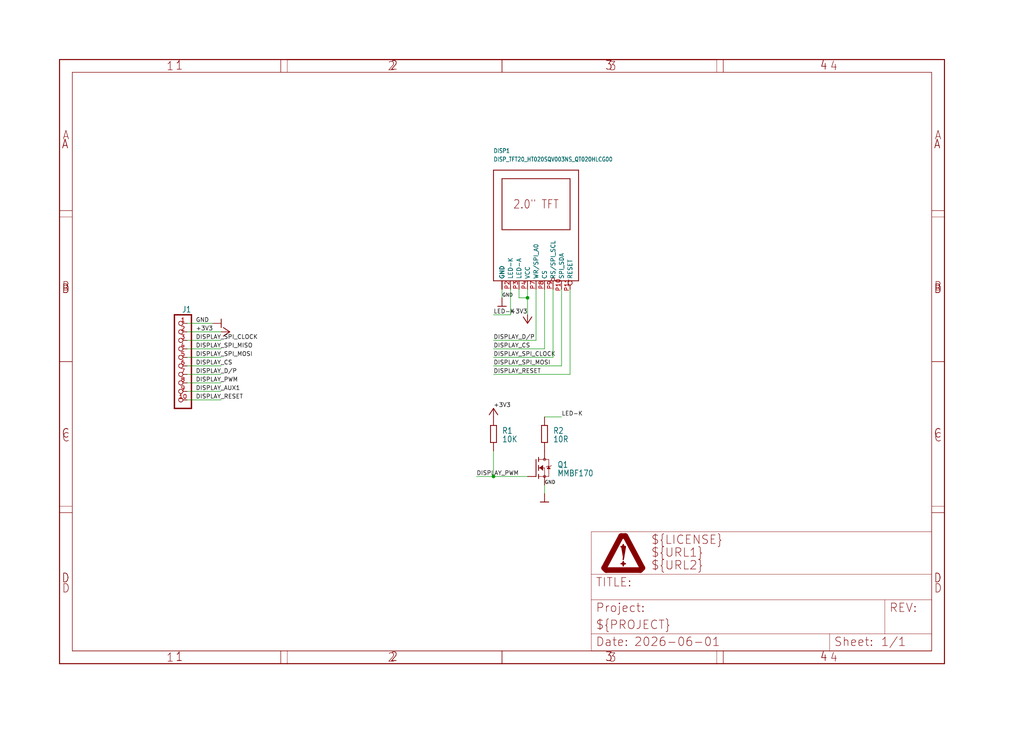
<source format=kicad_sch>
(kicad_sch (version 20230121) (generator eeschema)
  (paper "User" 305.689 218.821)
  (lib_symbols
    (symbol "working-eagle-import:CON-FPC_X05B20L10T"
      (property "Reference" "J" (at -1.27 15.875 0))
      (symbol "CON-FPC_X05B20L10T_1_0"
        (polyline (pts (xy -1.27 -12.7) (xy -1.27 15.24)) (stroke (width 0.4064)))
        (polyline (pts (xy -1.27 15.24) (xy 3.81 15.24)) (stroke (width 0.4064)))
        (polyline (pts (xy 3.81 -12.7) (xy -1.27 -12.7)) (stroke (width 0.4064)))
        (polyline (pts (xy 3.81 15.24) (xy 3.81 -12.7)) (stroke (width 0.4064)))
        (pin passive inverted (at 0 12.7 0) (length 2.54) (name "1") (number "1"))
        (pin passive inverted (at 0 -10.16 0) (length 2.54) (name "10") (number "10"))
        (pin passive inverted (at 0 10.16 0) (length 2.54) (name "2") (number "2"))
        (pin passive inverted (at 0 7.62 0) (length 2.54) (name "3") (number "3"))
        (pin passive inverted (at 0 5.08 0) (length 2.54) (name "4") (number "4"))
        (pin passive inverted (at 0 2.54 0) (length 2.54) (name "5") (number "5"))
        (pin passive inverted (at 0 0 0) (length 2.54) (name "6") (number "6"))
        (pin passive inverted (at 0 -2.54 0) (length 2.54) (name "7") (number "7"))
        (pin passive inverted (at 0 -5.08 0) (length 2.54) (name "8") (number "8"))
        (pin passive inverted (at 0 -7.62 0) (length 2.54) (name "9") (number "9"))
      )
    )
    (symbol "working-eagle-import:DISP_TFT20_HT020SQV003NS_QT020HLCG00"
      (property "Reference" "DISP" (at 0 38.1 0))
      (symbol "DISP_TFT20_HT020SQV003NS_QT020HLCG00_1_0"
        (polyline (pts (xy 0 0) (xy 0 33.02)) (stroke (width 0.254)))
        (polyline (pts (xy 0 33.02) (xy 25.4 33.02)) (stroke (width 0.254)))
        (polyline (pts (xy 2.54 15.24) (xy 2.54 30.48)) (stroke (width 0.254)))
        (polyline (pts (xy 2.54 30.48) (xy 22.86 30.48)) (stroke (width 0.254)))
        (polyline (pts (xy 22.86 15.24) (xy 2.54 15.24)) (stroke (width 0.254)))
        (polyline (pts (xy 22.86 30.48) (xy 22.86 15.24)) (stroke (width 0.254)))
        (polyline (pts (xy 25.4 0) (xy 0 0)) (stroke (width 0.254)))
        (polyline (pts (xy 25.4 33.02) (xy 25.4 0)) (stroke (width 0.254)))
        (text "2.0\" TFT" (at 12.7 22.86 0) (effects (font (size 2.54 2.159))))
        (pin power_in line (at 2.54 -2.54 90) (length 2.54) (name "GND") (number "P1"))
        (pin bidirectional line (at 20.32 -2.54 90) (length 2.54) (name "SPI_SDA") (number "P10"))
        (pin input inverted (at 22.86 -2.54 90) (length 2.54) (name "RESET") (number "P11"))
        (pin power_in line (at 2.54 -2.54 90) (length 2.54) (name "GND") (number "P12"))
        (pin power_in line (at 5.08 -2.54 90) (length 2.54) (name "LED-K") (number "P2"))
        (pin power_in line (at 7.62 -2.54 90) (length 2.54) (name "LED-A") (number "P3"))
        (pin power_in line (at 10.16 -2.54 90) (length 2.54) (name "VCC") (number "P4"))
        (pin power_in line (at 2.54 -2.54 90) (length 2.54) (name "GND") (number "P5"))
        (pin power_in line (at 2.54 -2.54 90) (length 2.54) (name "GND") (number "P6"))
        (pin input line (at 12.7 -2.54 90) (length 2.54) (name "WR/SPI_A0") (number "P7"))
        (pin input line (at 15.24 -2.54 90) (length 2.54) (name "CS") (number "P8"))
        (pin input clock (at 17.78 -2.54 90) (length 2.54) (name "RS/SPI_SCL") (number "P9"))
      )
    )
    (symbol "working-eagle-import:FRAME_DINA4_L"
      (symbol "FRAME_DINA4_L_1_0"
        (polyline (pts (xy 0 0) (xy 67.945 0)) (stroke (width 0.3)))
        (polyline (pts (xy 0 45.085) (xy 3.81 45.085)))
        (polyline (pts (xy 0 46.99) (xy 0 0)) (stroke (width 0.3)))
        (polyline (pts (xy 0 46.99) (xy 3.81 46.99)) (stroke (width 0.1)))
        (polyline (pts (xy 0 90.17) (xy 0 46.99)) (stroke (width 0.3)))
        (polyline (pts (xy 0 90.17) (xy 3.81 90.17)))
        (polyline (pts (xy 0 90.17) (xy 3.81 90.17)) (stroke (width 0.1)))
        (polyline (pts (xy 0 133.35) (xy 0 90.17)) (stroke (width 0.3)))
        (polyline (pts (xy 0 133.35) (xy 3.81 133.35)) (stroke (width 0.1)))
        (polyline (pts (xy 0 135.255) (xy 3.81 135.255)))
        (polyline (pts (xy 0 180.34) (xy 0 133.35)) (stroke (width 0.3)))
        (polyline (pts (xy 3.81 3.81) (xy 3.81 176.53)))
        (polyline (pts (xy 3.81 3.81) (xy 67.945 3.81)) (stroke (width 0.1)))
        (polyline (pts (xy 3.81 46.99) (xy 3.81 3.81)) (stroke (width 0.1)))
        (polyline (pts (xy 3.81 90.17) (xy 3.81 46.99)) (stroke (width 0.1)))
        (polyline (pts (xy 3.81 133.35) (xy 3.81 90.17)) (stroke (width 0.1)))
        (polyline (pts (xy 3.81 176.53) (xy 3.81 133.35)) (stroke (width 0.1)))
        (polyline (pts (xy 66.04 0) (xy 66.04 3.81)))
        (polyline (pts (xy 66.04 176.53) (xy 66.04 180.34)))
        (polyline (pts (xy 67.945 0) (xy 67.945 3.81)) (stroke (width 0.1)))
        (polyline (pts (xy 67.945 0) (xy 132.08 0)) (stroke (width 0.3)))
        (polyline (pts (xy 67.945 3.81) (xy 132.08 3.81)) (stroke (width 0.1)))
        (polyline (pts (xy 67.945 176.53) (xy 3.81 176.53)) (stroke (width 0.1)))
        (polyline (pts (xy 67.945 180.34) (xy 0 180.34)) (stroke (width 0.3)))
        (polyline (pts (xy 67.945 180.34) (xy 67.945 176.53)) (stroke (width 0.1)))
        (polyline (pts (xy 132.08 0) (xy 132.08 3.81)))
        (polyline (pts (xy 132.08 0) (xy 132.08 3.81)) (stroke (width 0.1)))
        (polyline (pts (xy 132.08 0) (xy 196.215 0)) (stroke (width 0.3)))
        (polyline (pts (xy 132.08 3.81) (xy 196.215 3.81)) (stroke (width 0.1)))
        (polyline (pts (xy 132.08 176.53) (xy 67.945 176.53)) (stroke (width 0.1)))
        (polyline (pts (xy 132.08 176.53) (xy 132.08 180.34)))
        (polyline (pts (xy 132.08 180.34) (xy 67.945 180.34)) (stroke (width 0.3)))
        (polyline (pts (xy 132.08 180.34) (xy 132.08 176.53)) (stroke (width 0.1)))
        (polyline (pts (xy 196.215 0) (xy 196.215 3.81)) (stroke (width 0.1)))
        (polyline (pts (xy 196.215 0) (xy 264.16 0)) (stroke (width 0.3)))
        (polyline (pts (xy 196.215 3.81) (xy 260.35 3.81)) (stroke (width 0.1)))
        (polyline (pts (xy 196.215 176.53) (xy 132.08 176.53)) (stroke (width 0.1)))
        (polyline (pts (xy 196.215 180.34) (xy 67.945 180.34)) (stroke (width 0.3)))
        (polyline (pts (xy 196.215 180.34) (xy 132.08 180.34)) (stroke (width 0.3)))
        (polyline (pts (xy 196.215 180.34) (xy 196.215 176.53)) (stroke (width 0.1)))
        (polyline (pts (xy 198.12 0) (xy 198.12 3.81)))
        (polyline (pts (xy 198.12 176.53) (xy 198.12 180.34)))
        (polyline (pts (xy 260.35 3.81) (xy 3.81 3.81)))
        (polyline (pts (xy 260.35 3.81) (xy 260.35 46.99)) (stroke (width 0.1)))
        (polyline (pts (xy 260.35 3.81) (xy 260.35 176.53)))
        (polyline (pts (xy 260.35 45.085) (xy 264.16 45.085)))
        (polyline (pts (xy 260.35 46.99) (xy 260.35 90.17)) (stroke (width 0.1)))
        (polyline (pts (xy 260.35 90.17) (xy 260.35 133.35)) (stroke (width 0.1)))
        (polyline (pts (xy 260.35 90.17) (xy 264.16 90.17)))
        (polyline (pts (xy 260.35 133.35) (xy 260.35 176.53)) (stroke (width 0.1)))
        (polyline (pts (xy 260.35 135.255) (xy 264.16 135.255)))
        (polyline (pts (xy 260.35 176.53) (xy 3.81 176.53)))
        (polyline (pts (xy 260.35 176.53) (xy 196.215 176.53)) (stroke (width 0.1)))
        (polyline (pts (xy 264.16 0) (xy 264.16 46.99)) (stroke (width 0.3)))
        (polyline (pts (xy 264.16 46.99) (xy 260.35 46.99)) (stroke (width 0.1)))
        (polyline (pts (xy 264.16 46.99) (xy 264.16 90.17)) (stroke (width 0.3)))
        (polyline (pts (xy 264.16 90.17) (xy 260.35 90.17)) (stroke (width 0.1)))
        (polyline (pts (xy 264.16 90.17) (xy 264.16 133.35)) (stroke (width 0.3)))
        (polyline (pts (xy 264.16 133.35) (xy 260.35 133.35)) (stroke (width 0.1)))
        (polyline (pts (xy 264.16 133.35) (xy 264.16 180.34)) (stroke (width 0.3)))
        (polyline (pts (xy 264.16 180.34) (xy 196.215 180.34)) (stroke (width 0.3)))
        (polyline (pts (xy 0 0) (xy 264.16 0) (xy 264.16 180.34) (xy 0 180.34) (xy 0 0)))
        (text "1" (at 33.02 1.905 0) (effects (font (size 2.54 2.286))))
        (text "1" (at 33.02 178.435 0) (effects (font (size 2.54 2.286))))
        (text "1" (at 34.5725 0.6 0) (effects (font (size 2.61 2.2185)) (justify left bottom)))
        (text "1" (at 34.5725 0.6 0) (effects (font (size 2.61 2.2185)) (justify left bottom)))
        (text "1" (at 34.5725 177.13 0) (effects (font (size 2.61 2.2185)) (justify left bottom)))
        (text "1" (at 34.5725 177.13 0) (effects (font (size 2.61 2.2185)) (justify left bottom)))
        (text "2" (at 98.7075 0.6 0) (effects (font (size 2.61 2.2185)) (justify left bottom)))
        (text "2" (at 98.7075 0.6 0) (effects (font (size 2.61 2.2185)) (justify left bottom)))
        (text "2" (at 98.7075 177.13 0) (effects (font (size 2.61 2.2185)) (justify left bottom)))
        (text "2" (at 98.7075 177.13 0) (effects (font (size 2.61 2.2185)) (justify left bottom)))
        (text "2" (at 99.06 1.905 0) (effects (font (size 2.54 2.286))))
        (text "2" (at 99.06 178.435 0) (effects (font (size 2.54 2.286))))
        (text "3" (at 162.8425 0.6 0) (effects (font (size 2.61 2.2185)) (justify left bottom)))
        (text "3" (at 162.8425 0.6 0) (effects (font (size 2.61 2.2185)) (justify left bottom)))
        (text "3" (at 162.8425 177.13 0) (effects (font (size 2.61 2.2185)) (justify left bottom)))
        (text "3" (at 162.8425 177.13 0) (effects (font (size 2.61 2.2185)) (justify left bottom)))
        (text "3" (at 165.1 1.905 0) (effects (font (size 2.54 2.286))))
        (text "3" (at 165.1 178.435 0) (effects (font (size 2.54 2.286))))
        (text "4" (at 226.9775 0.6 0) (effects (font (size 2.61 2.2185)) (justify left bottom)))
        (text "4" (at 226.9775 0.6 0) (effects (font (size 2.61 2.2185)) (justify left bottom)))
        (text "4" (at 226.9775 177.13 0) (effects (font (size 2.61 2.2185)) (justify left bottom)))
        (text "4" (at 226.9775 177.13 0) (effects (font (size 2.61 2.2185)) (justify left bottom)))
        (text "4" (at 231.14 1.905 0) (effects (font (size 2.54 2.286))))
        (text "4" (at 231.14 178.435 0) (effects (font (size 2.54 2.286))))
        (text "A" (at 0.6 153.635 0) (effects (font (size 2.61 2.2185)) (justify left bottom)))
        (text "A" (at 0.6 153.635 0) (effects (font (size 2.61 2.2185)) (justify left bottom)))
        (text "A" (at 1.905 157.7975 0) (effects (font (size 2.54 2.286))))
        (text "A" (at 260.95 153.635 0) (effects (font (size 2.61 2.2185)) (justify left bottom)))
        (text "A" (at 260.95 153.635 0) (effects (font (size 2.61 2.2185)) (justify left bottom)))
        (text "A" (at 262.255 157.7975 0) (effects (font (size 2.54 2.286))))
        (text "B" (at 0.6 110.455 0) (effects (font (size 2.61 2.2185)) (justify left bottom)))
        (text "B" (at 0.6 110.455 0) (effects (font (size 2.61 2.2185)) (justify left bottom)))
        (text "B" (at 1.905 112.7125 0) (effects (font (size 2.54 2.286))))
        (text "B" (at 260.95 110.455 0) (effects (font (size 2.61 2.2185)) (justify left bottom)))
        (text "B" (at 260.95 110.455 0) (effects (font (size 2.61 2.2185)) (justify left bottom)))
        (text "B" (at 262.255 112.7125 0) (effects (font (size 2.54 2.286))))
        (text "C" (at 0.6 67.275 0) (effects (font (size 2.61 2.2185)) (justify left bottom)))
        (text "C" (at 0.6 67.275 0) (effects (font (size 2.61 2.2185)) (justify left bottom)))
        (text "C" (at 1.905 67.6275 0) (effects (font (size 2.54 2.286))))
        (text "C" (at 260.95 67.275 0) (effects (font (size 2.61 2.2185)) (justify left bottom)))
        (text "C" (at 260.95 67.275 0) (effects (font (size 2.61 2.2185)) (justify left bottom)))
        (text "C" (at 262.255 67.6275 0) (effects (font (size 2.54 2.286))))
        (text "D" (at 0.6 24.095 0) (effects (font (size 2.61 2.2185)) (justify left bottom)))
        (text "D" (at 0.6 24.095 0) (effects (font (size 2.61 2.2185)) (justify left bottom)))
        (text "D" (at 1.905 22.5425 0) (effects (font (size 2.54 2.286))))
        (text "D" (at 260.95 24.095 0) (effects (font (size 2.61 2.2185)) (justify left bottom)))
        (text "D" (at 260.95 24.095 0) (effects (font (size 2.61 2.2185)) (justify left bottom)))
        (text "D" (at 262.255 22.5425 0) (effects (font (size 2.54 2.286))))
      )
      (symbol "FRAME_DINA4_L_2_0"
        (polyline (pts (xy 0 0) (xy 0 5.08)) (stroke (width 0.1016)))
        (polyline (pts (xy 0 0) (xy 71.12 0)) (stroke (width 0.1016)))
        (polyline (pts (xy 0 5.08) (xy 0 15.24)) (stroke (width 0.1016)))
        (polyline (pts (xy 0 5.08) (xy 71.12 5.08)) (stroke (width 0.1016)))
        (polyline (pts (xy 0 15.24) (xy 0 22.86)) (stroke (width 0.1016)))
        (polyline (pts (xy 0 22.86) (xy 0 35.56)) (stroke (width 0.1016)))
        (polyline (pts (xy 0 22.86) (xy 101.6 22.86)) (stroke (width 0.1016)))
        (polyline (pts (xy 3.81 24.765) (xy 8.89 34.29)) (stroke (width 1.6764)))
        (polyline (pts (xy 4.445 24.13) (xy 3.81 24.765)) (stroke (width 1.6764)))
        (polyline (pts (xy 8.89 34.29) (xy 10.16 34.29)) (stroke (width 1.6764)))
        (polyline (pts (xy 10.16 34.29) (xy 15.24 24.765)) (stroke (width 1.6764)))
        (polyline (pts (xy 14.605 24.13) (xy 4.445 24.13)) (stroke (width 1.6764)))
        (polyline (pts (xy 15.24 24.765) (xy 14.605 24.13)) (stroke (width 1.6764)))
        (polyline (pts (xy 71.12 0) (xy 101.6 0)) (stroke (width 0.1016)))
        (polyline (pts (xy 71.12 5.08) (xy 71.12 0)) (stroke (width 0.1016)))
        (polyline (pts (xy 71.12 5.08) (xy 87.63 5.08)) (stroke (width 0.1016)))
        (polyline (pts (xy 87.63 5.08) (xy 101.6 5.08)) (stroke (width 0.1016)))
        (polyline (pts (xy 87.63 15.24) (xy 0 15.24)) (stroke (width 0.1016)))
        (polyline (pts (xy 87.63 15.24) (xy 87.63 5.08)) (stroke (width 0.1016)))
        (polyline (pts (xy 101.6 5.08) (xy 101.6 0)) (stroke (width 0.1016)))
        (polyline (pts (xy 101.6 15.24) (xy 87.63 15.24)) (stroke (width 0.1016)))
        (polyline (pts (xy 101.6 15.24) (xy 101.6 5.08)) (stroke (width 0.1016)))
        (polyline (pts (xy 101.6 22.86) (xy 101.6 15.24)) (stroke (width 0.1016)))
        (polyline (pts (xy 101.6 35.56) (xy 0 35.56)) (stroke (width 0.1016)))
        (polyline (pts (xy 101.6 35.56) (xy 101.6 22.86)) (stroke (width 0.1016)))
        (polyline (pts (xy 8.89 31.115) (xy 10.16 31.115) (xy 9.525 27.305)) (stroke (width 0.4064)) (fill (type outline)))
        (polyline (pts (xy 8.89 31.115) (xy 9.0151 31.1211) (xy 9.2462 31.2169) (xy 9.4231 31.3938) (xy 9.5189 31.6249) (xy 9.525 31.75) (xy 9.5311 31.6249) (xy 9.6269 31.3938) (xy 9.8038 31.2169) (xy 10.0349 31.1211) (xy 10.16 31.115)) (stroke (width 0.4064)) (fill (type outline)))
        (polyline (pts (xy 9.525 25.4) (xy 9.5311 25.5251) (xy 9.6269 25.7562) (xy 9.8038 25.9331) (xy 10.0349 26.0289) (xy 10.16 26.035) (xy 10.0349 26.0411) (xy 9.8038 26.1369) (xy 9.6269 26.3138) (xy 9.5311 26.5449) (xy 9.525 26.67) (xy 9.5189 26.5449) (xy 9.4231 26.3138) (xy 9.2462 26.1369) (xy 9.0151 26.0411) (xy 8.89 26.035)) (stroke (width 0.4064)) (fill (type outline)))
        (text "${#}/${##}" (at 86.36 1.27 0) (effects (font (size 2.54 2.54)) (justify left bottom)))
        (text "${CURRENT_DATE}" (at 12.7 1.27 0) (effects (font (size 2.54 2.54)) (justify left bottom)))
        (text "${LICENSE}" (at 17.78 31.75 0) (effects (font (size 2.54 2.54)) (justify left bottom)))
        (text "${PROJECTNAME}" (at 17.78 19.05 0) (effects (font (size 2.54 2.54)) (justify left bottom)))
        (text "${PROJECT}" (at 1.27 6.35 0) (effects (font (size 2.54 2.54)) (justify left bottom)))
        (text "${URL1}" (at 17.78 27.94 0) (effects (font (size 2.54 2.54)) (justify left bottom)))
        (text "${URL2}" (at 17.78 24.13 0) (effects (font (size 2.54 2.54)) (justify left bottom)))
        (text "Date:" (at 1.27 1.27 0) (effects (font (size 2.54 2.54)) (justify left bottom)))
        (text "Project:" (at 1.27 11.43 0) (effects (font (size 2.54 2.54)) (justify left bottom)))
        (text "REV:" (at 88.9 11.43 0) (effects (font (size 2.54 2.54)) (justify left bottom)))
        (text "Sheet:" (at 72.39 1.27 0) (effects (font (size 2.54 2.54)) (justify left bottom)))
        (text "TITLE:" (at 1.27 19.05 0) (effects (font (size 2.54 2.54)) (justify left bottom)))
      )
    )
    (symbol "working-eagle-import:R-EU_R0603"
      (property "Reference" "R" (at -3.81 1.4986 0))
      (symbol "R-EU_R0603_1_0"
        (polyline (pts (xy -2.54 -0.889) (xy -2.54 0.889)) (stroke (width 0.254)))
        (polyline (pts (xy -2.54 -0.889) (xy 2.54 -0.889)) (stroke (width 0.254)))
        (polyline (pts (xy 2.54 -0.889) (xy 2.54 0.889)) (stroke (width 0.254)))
        (polyline (pts (xy 2.54 0.889) (xy -2.54 0.889)) (stroke (width 0.254)))
        (pin passive line (at -5.08 0 0) (length 2.54) (name "1") (number "1"))
        (pin passive line (at 5.08 0 180) (length 2.54) (name "2") (number "2"))
      )
    )
    (symbol "working-eagle-import:SUPPLY_+3V3" (power)
      (property "Value" "SUPPLY_+3V3" (at 0 2.54 0))
      (symbol "SUPPLY_+3V3_1_0"
        (polyline (pts (xy 0 2.54) (xy -1.27 0.635)) (stroke (width 0.254)))
        (polyline (pts (xy 1.27 0.635) (xy 0 2.54)) (stroke (width 0.254)))
        (pin power_in line (at 0 0 90) (length 2.54) (name "+3V3") (number "1"))
      )
    )
    (symbol "working-eagle-import:SUPPLY_GND" (power)
      (property "Value" "SUPPLY_GND" (at -1.524 -2.032 0))
      (symbol "SUPPLY_GND_1_0"
        (polyline (pts (xy 1.27 0) (xy -1.27 0)) (stroke (width 0.254)))
        (pin power_in line (at 0 2.54 270) (length 2.54) (name "GND") (number "1"))
      )
    )
    (symbol "working-eagle-import:TRANSISTOR_FET_BS170-SOT-23"
      (property "Reference" "Q" (at -11.43 2.54 0))
      (symbol "TRANSISTOR_FET_BS170-SOT-23_1_0"
        (polyline (pts (xy 0 2.54) (xy 0 -2.54)) (stroke (width 0.254)))
        (polyline (pts (xy 0.762 -2.54) (xy 0.762 -3.175)) (stroke (width 0.254)))
        (polyline (pts (xy 0.762 -1.905) (xy 0.762 -2.54)) (stroke (width 0.254)))
        (polyline (pts (xy 0.762 0) (xy 0.762 -0.762)) (stroke (width 0.254)))
        (polyline (pts (xy 0.762 0) (xy 2.54 0)) (stroke (width 0.1524)))
        (polyline (pts (xy 0.762 0.762) (xy 0.762 0)) (stroke (width 0.254)))
        (polyline (pts (xy 0.762 2.54) (xy 0.762 1.905)) (stroke (width 0.254)))
        (polyline (pts (xy 0.762 2.54) (xy 3.81 2.54)) (stroke (width 0.1524)))
        (polyline (pts (xy 0.762 3.175) (xy 0.762 2.54)) (stroke (width 0.254)))
        (polyline (pts (xy 2.54 -2.54) (xy 0.762 -2.54)) (stroke (width 0.1524)))
        (polyline (pts (xy 2.54 -2.54) (xy 3.81 -2.54)) (stroke (width 0.1524)))
        (polyline (pts (xy 2.54 0) (xy 2.54 -2.54)) (stroke (width 0.1524)))
        (polyline (pts (xy 3.302 0.508) (xy 3.048 0.254)) (stroke (width 0.1524)))
        (polyline (pts (xy 3.81 0.508) (xy 3.302 0.508)) (stroke (width 0.1524)))
        (polyline (pts (xy 3.81 0.508) (xy 3.81 -2.54)) (stroke (width 0.1524)))
        (polyline (pts (xy 3.81 2.54) (xy 3.81 0.508)) (stroke (width 0.1524)))
        (polyline (pts (xy 4.318 0.508) (xy 3.81 0.508)) (stroke (width 0.1524)))
        (polyline (pts (xy 4.572 0.762) (xy 4.318 0.508)) (stroke (width 0.1524)))
        (polyline (pts (xy 1.016 0) (xy 2.032 0.762) (xy 2.032 -0.762)) (stroke (width 0.1524)) (fill (type outline)))
        (polyline (pts (xy 3.81 0.508) (xy 3.302 -0.254) (xy 4.318 -0.254)) (stroke (width 0.1524)) (fill (type outline)))
        (circle (center 2.54 -2.54) (radius 0.3592))
        (circle (center 2.54 2.54) (radius 0.3592))
        (pin passive line (at -2.54 -2.54 0) (length 2.54) (name "G") (number "1"))
        (pin passive line (at 2.54 -5.08 90) (length 2.54) (name "S") (number "2"))
        (pin passive line (at 2.54 5.08 270) (length 2.54) (name "D") (number "3"))
      )
    )
  )
  (junction (at 147.32 142.24))
  (junction (at 157.48 88.9))
  (wire (pts (xy 157.48 86.36) (xy 157.48 88.9)) (stroke (width 0.1524)))
  (wire (pts (xy 170.18 111.76) (xy 147.32 111.76)) (stroke (width 0.1524)))
  (wire (pts (xy 165.1 106.68) (xy 147.32 106.68)) (stroke (width 0.1524)))
  (wire (pts (xy 147.32 142.24) (xy 147.32 134.62)) (stroke (width 0.1524)))
  (wire (pts (xy 55.88 116.84) (xy 66.04 116.84)) (stroke (width 0.1524)))
  (wire (pts (xy 167.64 109.22) (xy 147.32 109.22)) (stroke (width 0.1524)))
  (wire (pts (xy 147.32 142.24) (xy 142.24 142.24)) (stroke (width 0.1524)))
  (wire (pts (xy 157.48 142.24) (xy 147.32 142.24)) (stroke (width 0.1524)))
  (wire (pts (xy 162.56 124.46) (xy 167.64 124.46)) (stroke (width 0.1524)))
  (wire (pts (xy 162.56 86.36) (xy 162.56 104.14)) (stroke (width 0.1524)))
  (wire (pts (xy 55.88 119.38) (xy 66.04 119.38)) (stroke (width 0.1524)))
  (wire (pts (xy 157.48 88.9) (xy 157.48 93.98)) (stroke (width 0.1524)))
  (wire (pts (xy 55.88 114.3) (xy 66.04 114.3)) (stroke (width 0.1524)))
  (wire (pts (xy 162.56 144.78) (xy 162.56 147.32)) (stroke (width 0.1524)))
  (wire (pts (xy 167.64 86.36) (xy 167.64 109.22)) (stroke (width 0.1524)))
  (wire (pts (xy 55.88 111.76) (xy 66.04 111.76)) (stroke (width 0.1524)))
  (wire (pts (xy 152.4 93.98) (xy 147.32 93.98)) (stroke (width 0.1524)))
  (wire (pts (xy 160.02 101.6) (xy 147.32 101.6)) (stroke (width 0.1524)))
  (wire (pts (xy 55.88 104.14) (xy 66.04 104.14)) (stroke (width 0.1524)))
  (wire (pts (xy 170.18 86.36) (xy 170.18 111.76)) (stroke (width 0.1524)))
  (wire (pts (xy 165.1 86.36) (xy 165.1 106.68)) (stroke (width 0.1524)))
  (wire (pts (xy 152.4 86.36) (xy 152.4 93.98)) (stroke (width 0.1524)))
  (wire (pts (xy 160.02 86.36) (xy 160.02 101.6)) (stroke (width 0.1524)))
  (wire (pts (xy 154.94 88.9) (xy 157.48 88.9)) (stroke (width 0.1524)))
  (wire (pts (xy 66.04 99.06) (xy 55.88 99.06)) (stroke (width 0.1524)))
  (wire (pts (xy 55.88 109.22) (xy 66.04 109.22)) (stroke (width 0.1524)))
  (wire (pts (xy 55.88 101.6) (xy 66.04 101.6)) (stroke (width 0.1524)))
  (wire (pts (xy 149.86 88.9) (xy 149.86 86.36)) (stroke (width 0.1524)))
  (wire (pts (xy 55.88 106.68) (xy 66.04 106.68)) (stroke (width 0.1524)))
  (wire (pts (xy 63.5 96.52) (xy 55.88 96.52)) (stroke (width 0.1524)))
  (wire (pts (xy 162.56 104.14) (xy 147.32 104.14)) (stroke (width 0.1524)))
  (wire (pts (xy 154.94 86.36) (xy 154.94 88.9)) (stroke (width 0.1524)))
  (label "DISPLAY_D/P" (at 147.32 101.6 0) (effects (font (size 1.2446 1.2446))))
  (label "DISPLAY_CS" (at 147.32 104.14 0) (effects (font (size 1.2446 1.2446))))
  (label "+3V3" (at 58.42 99.06 0) (effects (font (size 1.2446 1.2446))))
  (label "DISPLAY_SPI_CLOCK" (at 147.32 106.68 0) (effects (font (size 1.2446 1.2446))))
  (label "DISPLAY_SPI_MOSI" (at 147.32 109.22 0) (effects (font (size 1.2446 1.2446))))
  (label "+3V3" (at 157.48 93.98 180) (effects (font (size 1.2446 1.2446))))
  (label "GND" (at 162.56 144.78 0) (effects (font (size 1.016 1.016))))
  (label "GND" (at 58.42 96.52 0) (effects (font (size 1.2446 1.2446))))
  (label "DISPLAY_CS" (at 58.42 109.22 0) (effects (font (size 1.2446 1.2446))))
  (label "LED-K" (at 147.32 93.98 0) (effects (font (size 1.2446 1.2446))))
  (label "+3V3" (at 147.32 121.92 0) (effects (font (size 1.2446 1.2446))))
  (label "DISPLAY_PWM" (at 58.42 114.3 0) (effects (font (size 1.2446 1.2446))))
  (label "DISPLAY_RESET" (at 58.42 119.38 0) (effects (font (size 1.2446 1.2446))))
  (label "DISPLAY_SPI_CLOCK" (at 58.42 101.6 0) (effects (font (size 1.2446 1.2446))))
  (label "DISPLAY_AUX1" (at 58.42 116.84 0) (effects (font (size 1.2446 1.2446))))
  (label "GND" (at 149.86 88.9 0) (effects (font (size 1.016 1.016))))
  (label "DISPLAY_D/P" (at 58.42 111.76 0) (effects (font (size 1.2446 1.2446))))
  (label "DISPLAY_PWM" (at 142.24 142.24 0) (effects (font (size 1.2446 1.2446))))
  (label "DISPLAY_SPI_MISO" (at 58.42 104.14 0) (effects (font (size 1.2446 1.2446))))
  (label "DISPLAY_RESET" (at 147.32 111.76 0) (effects (font (size 1.2446 1.2446))))
  (label "DISPLAY_SPI_MOSI" (at 58.42 106.68 0) (effects (font (size 1.2446 1.2446))))
  (label "LED-K" (at 167.64 124.46 0) (effects (font (size 1.2446 1.2446))))
  (symbol (lib_id "working-eagle-import:FRAME_DINA4_L") (at 17.78 198.12 0) (unit 1)
    (property "Reference" "PAGE1" (effects hide))
    (property "Value" "FRAME_DINA4_L" (effects hide))
    (property "Footprint" "working:DP_LOGO" (effects hide))
  )
  (symbol (lib_id "working-eagle-import:FRAME_DINA4_L") (at 176.53 194.31 0) (unit 2)
    (property "Reference" "PAGE1" (effects hide))
    (property "Value" "FRAME_DINA4_L" (effects hide))
    (property "Footprint" "working:DP_LOGO" (effects hide))
  )
  (symbol (lib_id "working-eagle-import:SUPPLY_GND") (at 66.04 96.52 90) (unit 1)
    (property "Reference" "#GND4" (effects hide))
    (property "Value" "SUPPLY_GND" (effects hide))
  )
  (symbol (lib_id "working-eagle-import:SUPPLY_GND") (at 162.56 149.86 0) (unit 1)
    (property "Reference" "#GND2" (effects hide))
    (property "Value" "SUPPLY_GND" (effects hide))
  )
  (symbol (lib_id "working-eagle-import:CON-FPC_X05B20L10T") (at 55.88 109.22 0) (mirror y) (unit 1)
    (property "Reference" "J1" (at 57.15 93.345 0) (effects (font (size 1.778 1.5113)) (justify left bottom)))
    (property "Value" "CON-FPC_X05B20L10T" (effects hide))
    (property "Footprint" "working:X05B20L10T" (effects hide))
  )
  (symbol (lib_id "working-eagle-import:R-EU_R0603") (at 162.56 129.54 90) (unit 1)
    (property "Reference" "R2" (at 165.1 129.54 90) (effects (font (size 1.778 1.5113)) (justify right top)))
    (property "Value" "10R" (at 165.1 132.08 90) (effects (font (size 1.778 1.5113)) (justify right top)))
    (property "Footprint" "working:R0603" (effects hide))
  )
  (symbol (lib_id "working-eagle-import:R-EU_R0603") (at 147.32 129.54 90) (unit 1)
    (property "Reference" "R1" (at 149.86 129.54 90) (effects (font (size 1.778 1.5113)) (justify right top)))
    (property "Value" "10K" (at 149.86 132.08 90) (effects (font (size 1.778 1.5113)) (justify right top)))
    (property "Footprint" "working:R0603" (effects hide))
  )
  (symbol (lib_id "working-eagle-import:SUPPLY_GND") (at 149.86 91.44 0) (unit 1)
    (property "Reference" "#GND3" (effects hide))
    (property "Value" "SUPPLY_GND" (effects hide))
  )
  (symbol (lib_id "working-eagle-import:SUPPLY_+3V3") (at 66.04 99.06 270) (unit 1)
    (property "Reference" "#+3V4" (effects hide))
    (property "Value" "SUPPLY_+3V3" (effects hide))
  )
  (symbol (lib_id "working-eagle-import:TRANSISTOR_FET_BS170-SOT-23") (at 160.02 139.7 0) (unit 1)
    (property "Reference" "Q1" (at 166.37 139.7 0) (effects (font (size 1.778 1.5113)) (justify left bottom)))
    (property "Value" "MMBF170" (at 166.37 142.24 0) (effects (font (size 1.778 1.5113)) (justify left bottom)))
    (property "Footprint" "working:SOT-23" (effects hide))
  )
  (symbol (lib_id "working-eagle-import:SUPPLY_+3V3") (at 157.48 93.98 180) (unit 1)
    (property "Reference" "#+3V3" (effects hide))
    (property "Value" "SUPPLY_+3V3" (effects hide))
  )
  (symbol (lib_id "working-eagle-import:SUPPLY_+3V3") (at 147.32 124.46 0) (unit 1)
    (property "Reference" "#+3V2" (effects hide))
    (property "Value" "SUPPLY_+3V3" (effects hide))
  )
  (symbol (lib_id "working-eagle-import:DISP_TFT20_HT020SQV003NS_QT020HLCG00") (at 147.32 83.82 0) (unit 1)
    (property "Reference" "DISP1" (at 147.32 45.72 0) (effects (font (size 1.27 1.0795)) (justify left bottom)))
    (property "Value" "DISP_TFT20_HT020SQV003NS_QT020HLCG00" (at 147.32 48.26 0) (effects (font (size 1.27 1.0795)) (justify left bottom)))
    (property "Footprint" "working:HT020SQV003NS_QT020HLCG00" (effects hide))
  )
)
</source>
